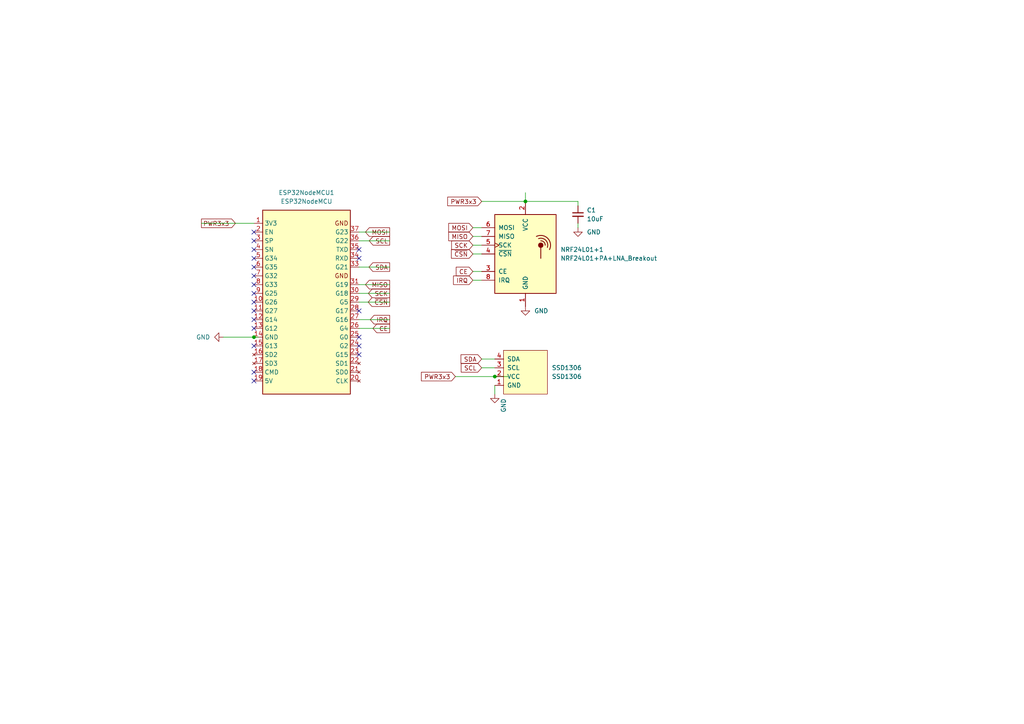
<source format=kicad_sch>
(kicad_sch (version 20211123) (generator eeschema)
  (paper "A4")
  (lib_symbols
    (symbol "Device:C_Small" (pin_numbers hide) (pin_names (offset 0.254) hide)
      (property "Reference" "C" (at 0.254 1.778 0))
      (property "Value" "C_Small" (at 0.254 -2.032 0))
      (symbol "C_Small_0_1"
        (polyline (pts (xy -1.524 -0.508) (xy 1.524 -0.508)) (stroke (width 0.3302)))
        (polyline (pts (xy -1.524 0.508) (xy 1.524 0.508)) (stroke (width 0.3048)))
      )
      (symbol "C_Small_1_1"
        (pin passive line (at 0 2.54 270) (length 2.032) (name "~") (number "1"))
        (pin passive line (at 0 -2.54 90) (length 2.032) (name "~") (number "2"))
      )
    )
    (symbol "ESP32-NodeMCU_WROOM_32:ESP32NodeMCU"
      (property "Reference" "U" (at -11.43 27.94 0))
      (property "Value" "ESP32NodeMCU" (at 3.81 27.94 0))
      (symbol "ESP32NodeMCU_0_0"
        (text "GND" (at 11.43 7.62 0) (effects (font (size 1.27 1.27))))
        (text "GND" (at 11.43 22.86 0) (effects (font (size 1.27 1.27))))
      )
      (symbol "ESP32NodeMCU_0_1"
        (rectangle (start -11.43 26.67) (end 13.97 -26.67) (stroke (width 0.254)) (fill (type background)))
      )
      (symbol "ESP32NodeMCU_1_1"
        (pin power_in line (at -13.97 22.86 0) (length 2.54) (name "3V3") (number "1"))
        (pin bidirectional line (at -13.97 0 0) (length 2.54) (name "G26") (number "10"))
        (pin bidirectional line (at -13.97 -2.54 0) (length 2.54) (name "G27") (number "11"))
        (pin bidirectional line (at -13.97 -5.08 0) (length 2.54) (name "G14") (number "12"))
        (pin bidirectional line (at -13.97 -7.62 0) (length 2.54) (name "G12") (number "13"))
        (pin power_in line (at -13.97 -10.16 0) (length 2.54) (name "GND") (number "14"))
        (pin bidirectional line (at -13.97 -12.7 0) (length 2.54) (name "G13") (number "15"))
        (pin no_connect line (at -13.97 -15.24 0) (length 2.54) (name "SD2") (number "16"))
        (pin no_connect line (at -13.97 -17.78 0) (length 2.54) (name "SD3") (number "17"))
        (pin input line (at -13.97 -20.32 0) (length 2.54) (name "CMD") (number "18"))
        (pin power_in line (at -13.97 -22.86 0) (length 2.54) (name "5V") (number "19"))
        (pin input line (at -13.97 20.32 0) (length 2.54) (name "EN") (number "2"))
        (pin no_connect line (at 16.51 -22.86 180) (length 2.54) (name "CLK") (number "20"))
        (pin no_connect line (at 16.51 -20.32 180) (length 2.54) (name "SD0") (number "21"))
        (pin no_connect line (at 16.51 -17.78 180) (length 2.54) (name "SD1") (number "22"))
        (pin bidirectional line (at 16.51 -15.24 180) (length 2.54) (name "G15") (number "23"))
        (pin bidirectional line (at 16.51 -12.7 180) (length 2.54) (name "G2") (number "24"))
        (pin bidirectional line (at 16.51 -10.16 180) (length 2.54) (name "G0") (number "25"))
        (pin bidirectional line (at 16.51 -7.62 180) (length 2.54) (name "G4") (number "26"))
        (pin bidirectional line (at 16.51 -5.08 180) (length 2.54) (name "G16") (number "27"))
        (pin bidirectional line (at 16.51 -2.54 180) (length 2.54) (name "G17") (number "28"))
        (pin bidirectional line (at 16.51 0 180) (length 2.54) (name "G5") (number "29"))
        (pin bidirectional line (at -13.97 17.78 0) (length 2.54) (name "SP") (number "3"))
        (pin bidirectional line (at 16.51 2.54 180) (length 2.54) (name "G18") (number "30"))
        (pin bidirectional line (at 16.51 5.08 180) (length 2.54) (name "G19") (number "31"))
        (pin passive line (at -13.97 -10.16 0) (length 2.54) hide (name "GND") (number "32"))
        (pin bidirectional line (at 16.51 10.16 180) (length 2.54) (name "G21") (number "33"))
        (pin bidirectional line (at 16.51 12.7 180) (length 2.54) (name "RXD") (number "34"))
        (pin bidirectional line (at 16.51 15.24 180) (length 2.54) (name "TXD") (number "35"))
        (pin bidirectional line (at 16.51 17.78 180) (length 2.54) (name "G22") (number "36"))
        (pin bidirectional line (at 16.51 20.32 180) (length 2.54) (name "G23") (number "37"))
        (pin passive line (at -13.97 -10.16 0) (length 2.54) hide (name "GND") (number "38"))
        (pin bidirectional line (at -13.97 15.24 0) (length 2.54) (name "SN") (number "4"))
        (pin input line (at -13.97 12.7 0) (length 2.54) (name "G34") (number "5"))
        (pin input line (at -13.97 10.16 0) (length 2.54) (name "G35") (number "6"))
        (pin bidirectional line (at -13.97 7.62 0) (length 2.54) (name "G32") (number "7"))
        (pin bidirectional line (at -13.97 5.08 0) (length 2.54) (name "G33") (number "8"))
        (pin bidirectional line (at -13.97 2.54 0) (length 2.54) (name "G25") (number "9"))
      )
    )
    (symbol "SSD1306-128x64_OLED:SSD1306" (pin_names (offset 1.016))
      (property "Reference" "Brd" (at 0 -3.81 0))
      (property "Value" "SSD1306" (at 0 -1.27 0))
      (symbol "SSD1306_0_1"
        (rectangle (start -6.35 6.35) (end 6.35 -6.35) (fill (type background)))
      )
      (symbol "SSD1306_1_1"
        (pin input line (at -3.81 8.89 270) (length 2.54) (name "GND") (number "1"))
        (pin input line (at -1.27 8.89 270) (length 2.54) (name "VCC") (number "2"))
        (pin input line (at 1.27 8.89 270) (length 2.54) (name "SCL") (number "3"))
        (pin input line (at 3.81 8.89 270) (length 2.54) (name "SDA") (number "4"))
      )
    )
    (symbol "nRF24L01+PA+LNA:NRF24L01+PA+LNA_Breakout" (pin_names (offset 1.016))
      (property "Reference" "U" (at -8.89 12.7 0))
      (property "Value" "NRF24L01+PA+LNA_Breakout" (at 3.81 12.7 0))
      (symbol "NRF24L01+PA+LNA_Breakout_0_1"
        (rectangle (start -8.89 11.43) (end 8.89 -11.43) (stroke (width 0.254)) (fill (type background)))
        (polyline (pts (xy 4.445 1.905) (xy 4.445 -1.27)) (stroke (width 0.254)))
        (circle (center 4.445 2.54) (radius 0.635) (stroke (width 0.254)) (fill (type outline)))
        (arc (start 5.715 2.54) (mid 5.3521 3.4546) (end 4.445 3.81) (stroke (width 0.254)))
        (arc (start 6.35 1.905) (mid 5.8763 3.9854) (end 3.81 4.445) (stroke (width 0.254)))
        (arc (start 6.985 1.27) (mid 6.453 4.548) (end 3.175 5.08) (stroke (width 0.254)))
      )
      (symbol "NRF24L01+PA+LNA_Breakout_1_1"
        (pin power_in line (at 0 -15.24 90) (length 3.81) (name "GND") (number "1"))
        (pin power_in line (at 0 15.24 270) (length 3.81) (name "VCC") (number "2"))
        (pin input line (at -12.7 -5.08 0) (length 3.81) (name "CE") (number "3"))
        (pin input line (at -12.7 0 0) (length 3.81) (name "~{CSN}") (number "4"))
        (pin input clock (at -12.7 2.54 0) (length 3.81) (name "SCK") (number "5"))
        (pin input line (at -12.7 7.62 0) (length 3.81) (name "MOSI") (number "6"))
        (pin output line (at -12.7 5.08 0) (length 3.81) (name "MISO") (number "7"))
        (pin output line (at -12.7 -7.62 0) (length 3.81) (name "IRQ") (number "8"))
      )
    )
    (symbol "power:GND" (power) (pin_names (offset 0))
      (property "Value" "GND" (at 0 -3.81 0))
      (symbol "GND_0_1"
        (polyline (pts (xy 0 0) (xy 0 -1.27) (xy 1.27 -1.27) (xy 0 -2.54) (xy -1.27 -1.27) (xy 0 -1.27)))
      )
      (symbol "GND_1_1"
        (pin power_in line (at 0 0 270) (length 0) hide (name "GND") (number "1"))
      )
    )
  )
  (junction (at 73.66 97.79))
  (junction (at 143.51 109.22))
  (junction (at 152.4 58.42))
  (no_connect (at 73.66 92.71))
  (no_connect (at 73.66 110.49))
  (no_connect (at 104.14 90.17))
  (no_connect (at 73.66 67.31))
  (no_connect (at 73.66 87.63))
  (no_connect (at 104.14 97.79))
  (no_connect (at 73.66 72.39))
  (no_connect (at 104.14 72.39))
  (no_connect (at 73.66 69.85))
  (no_connect (at 104.14 74.93))
  (no_connect (at 73.66 90.17))
  (no_connect (at 73.66 74.93))
  (no_connect (at 73.66 82.55))
  (no_connect (at 73.66 95.25))
  (no_connect (at 73.66 77.47))
  (no_connect (at 73.66 85.09))
  (no_connect (at 104.14 100.33))
  (no_connect (at 73.66 107.95))
  (no_connect (at 73.66 80.01))
  (no_connect (at 73.66 100.33))
  (no_connect (at 104.14 102.87))
  (wire (pts (xy 73.66 97.79) (xy 74.93 97.79)))
  (wire (pts (xy 137.16 81.28) (xy 139.7 81.28)))
  (wire (pts (xy 143.51 111.76) (xy 143.51 114.3)))
  (wire (pts (xy 167.64 64.77) (xy 167.64 66.04)))
  (wire (pts (xy 139.7 104.14) (xy 143.51 104.14)))
  (wire (pts (xy 104.14 92.71) (xy 113.03 92.71)))
  (wire (pts (xy 137.16 68.58) (xy 139.7 68.58)))
  (wire (pts (xy 104.14 85.09) (xy 113.03 85.09)))
  (wire (pts (xy 104.14 95.25) (xy 113.03 95.25)))
  (wire (pts (xy 167.64 59.69) (xy 167.64 58.42)))
  (wire (pts (xy 104.14 77.47) (xy 113.03 77.47)))
  (wire (pts (xy 58.42 64.77) (xy 73.66 64.77)))
  (wire (pts (xy 139.7 58.42) (xy 152.4 58.42)))
  (wire (pts (xy 152.4 55.88) (xy 152.4 58.42)))
  (wire (pts (xy 143.51 109.22) (xy 147.32 109.22)))
  (wire (pts (xy 104.14 67.31) (xy 113.03 67.31)))
  (wire (pts (xy 139.7 106.68) (xy 143.51 106.68)))
  (wire (pts (xy 167.64 58.42) (xy 152.4 58.42)))
  (wire (pts (xy 64.77 97.79) (xy 73.66 97.79)))
  (wire (pts (xy 137.16 71.12) (xy 139.7 71.12)))
  (wire (pts (xy 137.16 73.66) (xy 139.7 73.66)))
  (wire (pts (xy 132.08 109.22) (xy 143.51 109.22)))
  (wire (pts (xy 137.16 78.74) (xy 139.7 78.74)))
  (wire (pts (xy 104.14 87.63) (xy 113.03 87.63)))
  (wire (pts (xy 104.14 82.55) (xy 113.03 82.55)))
  (wire (pts (xy 137.16 66.04) (xy 139.7 66.04)))
  (wire (pts (xy 104.14 69.85) (xy 113.03 69.85)))
  (global_label "SCL" (shape input) (at 139.7 106.68 180) (property "Intersheet References" "${INTERSHEET_REFS}" (effects hide)))
  (global_label "IRQ" (shape output) (at 113.03 92.71 180) (property "Intersheet References" "${INTERSHEET_REFS}" (effects hide)))
  (global_label "SDA" (shape output) (at 113.03 77.47 180) (property "Intersheet References" "${INTERSHEET_REFS}" (effects hide)))
  (global_label "MOSI" (shape input) (at 137.16 66.04 180) (property "Intersheet References" "${INTERSHEET_REFS}" (effects hide)))
  (global_label "MOSI" (shape output) (at 113.03 67.31 180) (property "Intersheet References" "${INTERSHEET_REFS}" (effects hide)))
  (global_label "SCL" (shape output) (at 113.03 69.85 180) (property "Intersheet References" "${INTERSHEET_REFS}" (effects hide)))
  (global_label "SCK" (shape output) (at 113.03 85.09 180) (property "Intersheet References" "${INTERSHEET_REFS}" (effects hide)))
  (global_label "IRQ" (shape input) (at 137.16 81.28 180) (property "Intersheet References" "${INTERSHEET_REFS}" (effects hide)))
  (global_label "PWR3x3" (shape input) (at 132.08 109.22 180) (property "Intersheet References" "${INTERSHEET_REFS}" (effects hide)))
  (global_label "PWR3x3" (shape input) (at 139.7 58.42 180) (property "Intersheet References" "${INTERSHEET_REFS}" (effects hide)))
  (global_label "~{CSN}" (shape input) (at 137.16 73.66 180) (property "Intersheet References" "${INTERSHEET_REFS}" (effects hide)))
  (global_label "SDA" (shape input) (at 139.7 104.14 180) (property "Intersheet References" "${INTERSHEET_REFS}" (effects hide)))
  (global_label "MISO" (shape input) (at 137.16 68.58 180) (property "Intersheet References" "${INTERSHEET_REFS}" (effects hide)))
  (global_label "PWR3x3" (shape output) (at 58.42 64.77 0) (property "Intersheet References" "${INTERSHEET_REFS}" (effects hide)))
  (global_label "MISO" (shape output) (at 113.03 82.55 180) (property "Intersheet References" "${INTERSHEET_REFS}" (effects hide)))
  (global_label "SCK" (shape input) (at 137.16 71.12 180) (property "Intersheet References" "${INTERSHEET_REFS}" (effects hide)))
  (global_label "CE" (shape output) (at 113.03 95.25 180) (property "Intersheet References" "${INTERSHEET_REFS}" (effects hide)))
  (global_label "CE" (shape input) (at 137.16 78.74 180) (property "Intersheet References" "${INTERSHEET_REFS}" (effects hide)))
  (global_label "~{CSN}" (shape output) (at 113.03 87.63 180) (property "Intersheet References" "${INTERSHEET_REFS}" (effects hide)))
  (symbol (lib_id "power:GND") (at 152.4 88.9 0) (unit 1)
    (property "Reference" "#PWR06" (effects hide))
    (property "Value" "GND" (at 154.94 90.1699 0) (effects (justify left)))
  )
  (symbol (lib_id "power:GND") (at 64.77 97.79 270) (unit 1)
    (property "Reference" "#PWR01" (effects hide))
    (property "Value" "GND" (at 60.96 97.7899 90) (effects (justify right)))
  )
  (symbol (lib_id "power:GND") (at 143.51 114.3 0) (unit 1)
    (property "Reference" "#PWR04" (effects hide))
    (property "Value" "GND" (at 146.05 115.57 90) (effects (justify right)))
  )
  (symbol (lib_id "power:GND") (at 167.64 66.04 0) (unit 1)
    (property "Reference" "#PWR07" (effects hide))
    (property "Value" "GND" (at 170.18 67.3099 0) (effects (justify left)))
  )
  (symbol (lib_id "SSD1306-128x64_OLED:SSD1306") (at 152.4 107.95 90) (unit 1)
    (property "Reference" "SSD1306" (at 160.02 106.6799 90) (effects (justify right)))
    (property "Value" "SSD1306" (at 160.02 109.2199 90) (effects (justify right)))
    (property "Footprint" "Display:Adafruit_SSD1306" (effects hide))
  )
  (symbol (lib_id "nRF24L01+PA+LNA:NRF24L01+PA+LNA_Breakout") (at 152.4 73.66 0) (unit 1)
    (property "Reference" "NRF24L01+1" (at 162.56 72.3899 0) (effects (justify left)))
    (property "Value" "NRF24L01+PA+LNA_Breakout" (at 162.56 74.9299 0) (effects (justify left)))
    (property "Footprint" "nRF24L01+PA+LNA_Breakout:nRF24L01+PA+LNA_Breakout" (effects hide))
    (property "Datasheet" "http://www.nordicsemi.com/eng/content/download/2730/34105/file/nRF24L01_Product_Specification_v2_0.pdf" (effects hide))
  )
  (symbol (lib_id "ESP32-NodeMCU_WROOM_32:ESP32NodeMCU") (at 87.63 87.63 0) (unit 1)
    (property "Reference" "ESP32NodeMCU1" (at 88.9 55.88 0))
    (property "Value" "ESP32NodeMCU" (at 88.9 58.42 0))
    (property "Footprint" "ESP32-NodeMCU_WROOM_32:ESP32-NodeMCU_WROOM_32" (effects hide))
  )
  (symbol (lib_id "Device:C_Small") (at 167.64 62.23 0) (unit 1)
    (property "Reference" "C1" (at 170.18 60.9662 0) (effects (justify left)))
    (property "Value" "10uF" (at 170.18 63.5062 0) (effects (justify left)))
    (property "Footprint" "Capacitor_THT:C_Radial_D4.0mm_H5.0mm_P1.50mm" (effects hide))
  )
)
</source>
